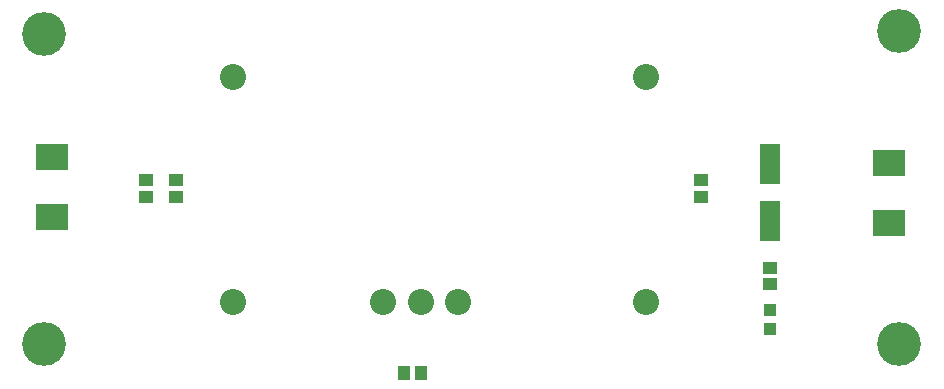
<source format=gts>
%FSTAX23Y23*%
%MOIN*%
%SFA1B1*%

%IPPOS*%
%ADD18R,0.045400X0.039500*%
%ADD19R,0.039500X0.039500*%
%ADD20R,0.071000X0.132000*%
%ADD21R,0.039500X0.045400*%
%ADD22C,0.146000*%
%ADD23C,0.086700*%
%ADD24R,0.106400X0.086700*%
%LNpcb1-1*%
%LPD*%
G54D18*
X04699Y03975D03*
Y0392D03*
X0262Y04267D03*
Y04212D03*
X0447D03*
Y04267D03*
X0272Y04212D03*
Y04267D03*
G54D19*
X04699Y03771D03*
Y03834D03*
G54D20*
X047Y04322D03*
Y0413D03*
G54D21*
X0348Y03625D03*
X03535D03*
G54D22*
X0228Y0372D03*
X0513D03*
Y04765D03*
X0228Y04755D03*
G54D23*
X02908Y0461D03*
X04285D03*
Y0386D03*
X0366D03*
X03534D03*
X03408D03*
X02908D03*
G54D24*
X05095Y04325D03*
Y04125D03*
X02305Y04145D03*
Y04345D03*
M02*
</source>
